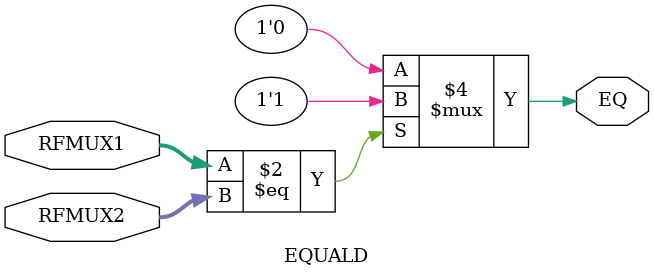
<source format=v>
`timescale 1ns / 1ps


module EQUALD(
input [31 : 0] RFMUX1,RFMUX2,

output reg EQ
    );
    
    always @(*) begin
        if(RFMUX1 == RFMUX2) begin
            EQ <= 1'b1;
       end
       
       else begin
            EQ <= 1'b0;
       end
       
    end
    
endmodule

</source>
